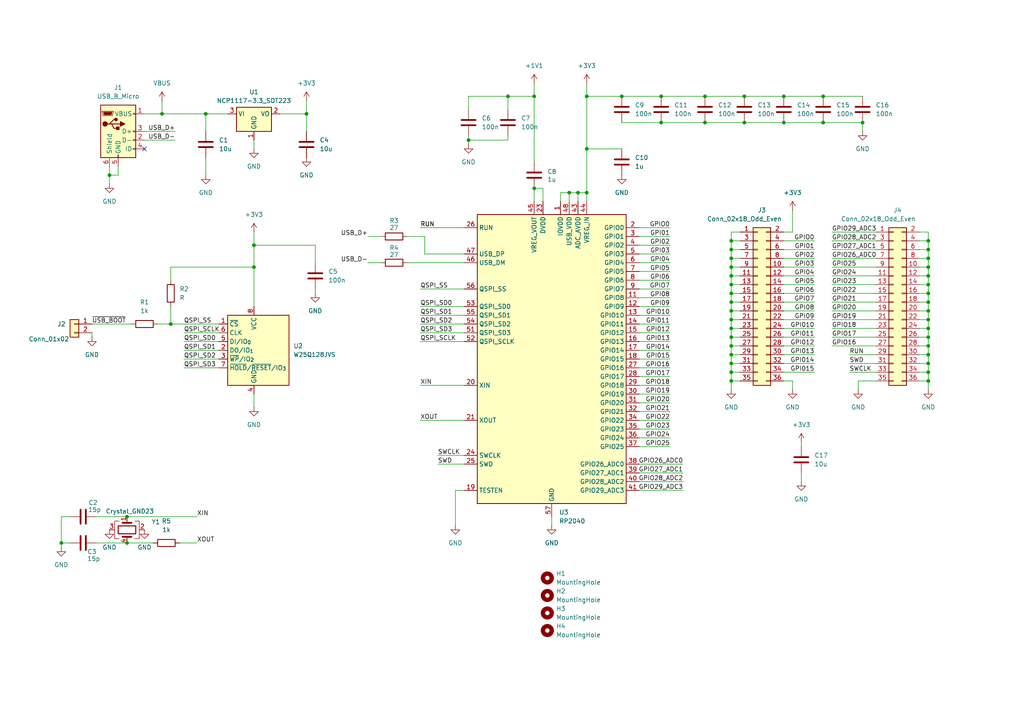
<source format=kicad_sch>
(kicad_sch (version 20250114) (generator "eeschema") (generator_version "9.0")
  (paper "A4")
  (lib_symbols
    (symbol "Connector:USB_B_Micro" (pin_names (offset 1.016))
      (property "Reference" "J" (at -5.08 11.43 0))
      (property "Value" "USB_B_Micro" (at -5.08 8.89 0))
      (symbol "USB_B_Micro_0_1"
        (rectangle (start -5.08 -7.62) (end 5.08 7.62) (stroke (width 0.254)) (fill (type background)))
        (polyline (pts (xy -4.699 5.842) (xy -4.699 5.588) (xy -4.445 4.826) (xy -4.445 4.572) (xy -1.651 4.572) (xy -1.651 4.826) (xy -1.397 5.588) (xy -1.397 5.842) (xy -4.699 5.842)))
        (polyline (pts (xy -4.318 5.588) (xy -1.778 5.588) (xy -2.032 4.826) (xy -4.064 4.826) (xy -4.318 5.588)) (fill (type outline)))
        (circle (center -3.81 2.159) (radius 0.635) (stroke (width 0.254)) (fill (type outline)))
        (polyline (pts (xy -3.175 2.159) (xy -2.54 2.159) (xy -1.27 3.429) (xy -0.635 3.429)) (stroke (width 0.254)))
        (polyline (pts (xy -2.54 2.159) (xy -1.905 2.159) (xy -1.27 0.889) (xy 0 0.889)) (stroke (width 0.254)))
        (polyline (pts (xy -1.905 2.159) (xy 0.635 2.159)) (stroke (width 0.254)))
        (circle (center -0.635 3.429) (radius 0.381) (stroke (width 0.254)) (fill (type outline)))
        (rectangle (start -0.127 -7.62) (end 0.127 -6.858))
        (rectangle (start 0.254 1.27) (end -0.508 0.508) (stroke (width 0.254)) (fill (type outline)))
        (polyline (pts (xy 0.635 2.794) (xy 0.635 1.524) (xy 1.905 2.159) (xy 0.635 2.794)) (stroke (width 0.254)) (fill (type outline)))
        (rectangle (start 5.08 4.953) (end 4.318 5.207))
        (rectangle (start 5.08 -0.127) (end 4.318 0.127))
        (rectangle (start 5.08 -2.667) (end 4.318 -2.413))
        (rectangle (start 5.08 -5.207) (end 4.318 -4.953))
      )
      (symbol "USB_B_Micro_1_1"
        (pin passive line (at -2.54 -10.16 90) (length 2.54) (name "Shield") (number "6"))
        (pin power_out line (at 0 -10.16 90) (length 2.54) (name "GND") (number "5"))
        (pin power_out line (at 7.62 5.08 180) (length 2.54) (name "VBUS") (number "1"))
        (pin bidirectional line (at 7.62 0 180) (length 2.54) (name "D+") (number "3"))
        (pin bidirectional line (at 7.62 -2.54 180) (length 2.54) (name "D-") (number "2"))
        (pin passive line (at 7.62 -5.08 180) (length 2.54) (name "ID") (number "4"))
      )
    )
    (symbol "Connector_Generic:Conn_01x02" (pin_names (offset 1.016) (hide yes))
      (property "Reference" "J" (at 0 2.54 0))
      (property "Value" "Conn_01x02" (at 0 -5.08 0))
      (symbol "Conn_01x02_1_1"
        (rectangle (start -1.27 1.27) (end 1.27 -3.81) (stroke (width 0.254)) (fill (type background)))
        (rectangle (start -1.27 0.127) (end 0 -0.127) (stroke (width 0.1524)))
        (rectangle (start -1.27 -2.413) (end 0 -2.667) (stroke (width 0.1524)))
        (pin passive line (at -5.08 0 0) (length 3.81) (name "Pin_1") (number "1"))
        (pin passive line (at -5.08 -2.54 0) (length 3.81) (name "Pin_2") (number "2"))
      )
    )
    (symbol "Connector_Generic:Conn_02x18_Odd_Even" (pin_names (offset 1.016) (hide yes))
      (property "Reference" "J" (at 1.27 22.86 0))
      (property "Value" "Conn_02x18_Odd_Even" (at 1.27 -25.4 0))
      (symbol "Conn_02x18_Odd_Even_1_1"
        (rectangle (start -1.27 21.59) (end 3.81 -24.13) (stroke (width 0.254)) (fill (type background)))
        (rectangle (start -1.27 20.447) (end 0 20.193) (stroke (width 0.1524)))
        (rectangle (start -1.27 17.907) (end 0 17.653) (stroke (width 0.1524)))
        (rectangle (start -1.27 15.367) (end 0 15.113) (stroke (width 0.1524)))
        (rectangle (start -1.27 12.827) (end 0 12.573) (stroke (width 0.1524)))
        (rectangle (start -1.27 10.287) (end 0 10.033) (stroke (width 0.1524)))
        (rectangle (start -1.27 7.747) (end 0 7.493) (stroke (width 0.1524)))
        (rectangle (start -1.27 5.207) (end 0 4.953) (stroke (width 0.1524)))
        (rectangle (start -1.27 2.667) (end 0 2.413) (stroke (width 0.1524)))
        (rectangle (start -1.27 0.127) (end 0 -0.127) (stroke (width 0.1524)))
        (rectangle (start -1.27 -2.413) (end 0 -2.667) (stroke (width 0.1524)))
        (rectangle (start -1.27 -4.953) (end 0 -5.207) (stroke (width 0.1524)))
        (rectangle (start -1.27 -7.493) (end 0 -7.747) (stroke (width 0.1524)))
        (rectangle (start -1.27 -10.033) (end 0 -10.287) (stroke (width 0.1524)))
        (rectangle (start -1.27 -12.573) (end 0 -12.827) (stroke (width 0.1524)))
        (rectangle (start -1.27 -15.113) (end 0 -15.367) (stroke (width 0.1524)))
        (rectangle (start -1.27 -17.653) (end 0 -17.907) (stroke (width 0.1524)))
        (rectangle (start -1.27 -20.193) (end 0 -20.447) (stroke (width 0.1524)))
        (rectangle (start -1.27 -22.733) (end 0 -22.987) (stroke (width 0.1524)))
        (rectangle (start 3.81 20.447) (end 2.54 20.193) (stroke (width 0.1524)))
        (rectangle (start 3.81 17.907) (end 2.54 17.653) (stroke (width 0.1524)))
        (rectangle (start 3.81 15.367) (end 2.54 15.113) (stroke (width 0.1524)))
        (rectangle (start 3.81 12.827) (end 2.54 12.573) (stroke (width 0.1524)))
        (rectangle (start 3.81 10.287) (end 2.54 10.033) (stroke (width 0.1524)))
        (rectangle (start 3.81 7.747) (end 2.54 7.493) (stroke (width 0.1524)))
        (rectangle (start 3.81 5.207) (end 2.54 4.953) (stroke (width 0.1524)))
        (rectangle (start 3.81 2.667) (end 2.54 2.413) (stroke (width 0.1524)))
        (rectangle (start 3.81 0.127) (end 2.54 -0.127) (stroke (width 0.1524)))
        (rectangle (start 3.81 -2.413) (end 2.54 -2.667) (stroke (width 0.1524)))
        (rectangle (start 3.81 -4.953) (end 2.54 -5.207) (stroke (width 0.1524)))
        (rectangle (start 3.81 -7.493) (end 2.54 -7.747) (stroke (width 0.1524)))
        (rectangle (start 3.81 -10.033) (end 2.54 -10.287) (stroke (width 0.1524)))
        (rectangle (start 3.81 -12.573) (end 2.54 -12.827) (stroke (width 0.1524)))
        (rectangle (start 3.81 -15.113) (end 2.54 -15.367) (stroke (width 0.1524)))
        (rectangle (start 3.81 -17.653) (end 2.54 -17.907) (stroke (width 0.1524)))
        (rectangle (start 3.81 -20.193) (end 2.54 -20.447) (stroke (width 0.1524)))
        (rectangle (start 3.81 -22.733) (end 2.54 -22.987) (stroke (width 0.1524)))
        (pin passive line (at -5.08 20.32 0) (length 3.81) (name "Pin_1") (number "1"))
        (pin passive line (at -5.08 17.78 0) (length 3.81) (name "Pin_3") (number "3"))
        (pin passive line (at -5.08 15.24 0) (length 3.81) (name "Pin_5") (number "5"))
        (pin passive line (at -5.08 12.7 0) (length 3.81) (name "Pin_7") (number "7"))
        (pin passive line (at -5.08 10.16 0) (length 3.81) (name "Pin_9") (number "9"))
        (pin passive line (at -5.08 7.62 0) (length 3.81) (name "Pin_11") (number "11"))
        (pin passive line (at -5.08 5.08 0) (length 3.81) (name "Pin_13") (number "13"))
        (pin passive line (at -5.08 2.54 0) (length 3.81) (name "Pin_15") (number "15"))
        (pin passive line (at -5.08 0 0) (length 3.81) (name "Pin_17") (number "17"))
        (pin passive line (at -5.08 -2.54 0) (length 3.81) (name "Pin_19") (number "19"))
        (pin passive line (at -5.08 -5.08 0) (length 3.81) (name "Pin_21") (number "21"))
        (pin passive line (at -5.08 -7.62 0) (length 3.81) (name "Pin_23") (number "23"))
        (pin passive line (at -5.08 -10.16 0) (length 3.81) (name "Pin_25") (number "25"))
        (pin passive line (at -5.08 -12.7 0) (length 3.81) (name "Pin_27") (number "27"))
        (pin passive line (at -5.08 -15.24 0) (length 3.81) (name "Pin_29") (number "29"))
        (pin passive line (at -5.08 -17.78 0) (length 3.81) (name "Pin_31") (number "31"))
        (pin passive line (at -5.08 -20.32 0) (length 3.81) (name "Pin_33") (number "33"))
        (pin passive line (at -5.08 -22.86 0) (length 3.81) (name "Pin_35") (number "35"))
        (pin passive line (at 7.62 20.32 180) (length 3.81) (name "Pin_2") (number "2"))
        (pin passive line (at 7.62 17.78 180) (length 3.81) (name "Pin_4") (number "4"))
        (pin passive line (at 7.62 15.24 180) (length 3.81) (name "Pin_6") (number "6"))
        (pin passive line (at 7.62 12.7 180) (length 3.81) (name "Pin_8") (number "8"))
        (pin passive line (at 7.62 10.16 180) (length 3.81) (name "Pin_10") (number "10"))
        (pin passive line (at 7.62 7.62 180) (length 3.81) (name "Pin_12") (number "12"))
        (pin passive line (at 7.62 5.08 180) (length 3.81) (name "Pin_14") (number "14"))
        (pin passive line (at 7.62 2.54 180) (length 3.81) (name "Pin_16") (number "16"))
        (pin passive line (at 7.62 0 180) (length 3.81) (name "Pin_18") (number "18"))
        (pin passive line (at 7.62 -2.54 180) (length 3.81) (name "Pin_20") (number "20"))
        (pin passive line (at 7.62 -5.08 180) (length 3.81) (name "Pin_22") (number "22"))
        (pin passive line (at 7.62 -7.62 180) (length 3.81) (name "Pin_24") (number "24"))
        (pin passive line (at 7.62 -10.16 180) (length 3.81) (name "Pin_26") (number "26"))
        (pin passive line (at 7.62 -12.7 180) (length 3.81) (name "Pin_28") (number "28"))
        (pin passive line (at 7.62 -15.24 180) (length 3.81) (name "Pin_30") (number "30"))
        (pin passive line (at 7.62 -17.78 180) (length 3.81) (name "Pin_32") (number "32"))
        (pin passive line (at 7.62 -20.32 180) (length 3.81) (name "Pin_34") (number "34"))
        (pin passive line (at 7.62 -22.86 180) (length 3.81) (name "Pin_36") (number "36"))
      )
    )
    (symbol "Device:C" (pin_numbers (hide yes)) (pin_names (offset 0.254))
      (property "Reference" "C" (at 0.635 2.54 0))
      (property "Value" "C" (at 0.635 -2.54 0))
      (symbol "C_0_1"
        (polyline (pts (xy -2.032 0.762) (xy 2.032 0.762)) (stroke (width 0.508)))
        (polyline (pts (xy -2.032 -0.762) (xy 2.032 -0.762)) (stroke (width 0.508)))
      )
      (symbol "C_1_1"
        (pin passive line (at 0 3.81 270) (length 2.794) (name "~") (number "1"))
        (pin passive line (at 0 -3.81 90) (length 2.794) (name "~") (number "2"))
      )
    )
    (symbol "Device:Crystal_GND23" (pin_names (offset 1.016) (hide yes))
      (property "Reference" "Y" (at 3.175 5.08 0))
      (property "Value" "Crystal_GND23" (at 3.175 3.175 0))
      (symbol "Crystal_GND23_0_1"
        (polyline (pts (xy -2.54 2.286) (xy -2.54 3.556) (xy 2.54 3.556) (xy 2.54 2.286)))
        (polyline (pts (xy -2.54 0) (xy -2.032 0)))
        (polyline (pts (xy -2.54 -2.286) (xy -2.54 -3.556) (xy 2.54 -3.556) (xy 2.54 -2.286)))
        (polyline (pts (xy -2.032 -1.27) (xy -2.032 1.27)) (stroke (width 0.508)))
        (rectangle (start -1.143 2.54) (end 1.143 -2.54) (stroke (width 0.3048)))
        (polyline (pts (xy 0 3.556) (xy 0 3.81)))
        (polyline (pts (xy 0 -3.81) (xy 0 -3.556)))
        (polyline (pts (xy 2.032 0) (xy 2.54 0)))
        (polyline (pts (xy 2.032 -1.27) (xy 2.032 1.27)) (stroke (width 0.508)))
      )
      (symbol "Crystal_GND23_1_1"
        (pin passive line (at -3.81 0 0) (length 1.27) (name "1") (number "1"))
        (pin passive line (at 0 5.08 270) (length 1.27) (name "2") (number "2"))
        (pin passive line (at 0 -5.08 90) (length 1.27) (name "3") (number "3"))
        (pin passive line (at 3.81 0 180) (length 1.27) (name "4") (number "4"))
      )
    )
    (symbol "Device:R" (pin_numbers (hide yes)) (pin_names (offset 0))
      (property "Reference" "R" (at 2.032 0 90))
      (property "Value" "R" (at 0 0 90))
      (symbol "R_0_1"
        (rectangle (start -1.016 -2.54) (end 1.016 2.54) (stroke (width 0.254)))
      )
      (symbol "R_1_1"
        (pin passive line (at 0 3.81 270) (length 1.27) (name "~") (number "1"))
        (pin passive line (at 0 -3.81 90) (length 1.27) (name "~") (number "2"))
      )
    )
    (symbol "MCU_RaspberryPi:RP2040"
      (property "Reference" "U" (at 17.78 45.72 0))
      (property "Value" "RP2040" (at 17.78 43.18 0))
      (symbol "RP2040_0_1"
        (rectangle (start -21.59 41.91) (end 21.59 -41.91) (stroke (width 0.254)) (fill (type background)))
      )
      (symbol "RP2040_1_1"
        (pin input line (at -25.4 38.1 0) (length 3.81) (name "RUN") (number "26"))
        (pin bidirectional line (at -25.4 30.48 0) (length 3.81) (name "USB_DP") (number "47"))
        (pin bidirectional line (at -25.4 27.94 0) (length 3.81) (name "USB_DM") (number "46"))
        (pin bidirectional line (at -25.4 20.32 0) (length 3.81) (name "QSPI_SS") (number "56"))
        (pin bidirectional line (at -25.4 15.24 0) (length 3.81) (name "QSPI_SD0") (number "53"))
        (pin bidirectional line (at -25.4 12.7 0) (length 3.81) (name "QSPI_SD1") (number "55"))
        (pin bidirectional line (at -25.4 10.16 0) (length 3.81) (name "QSPI_SD2") (number "54"))
        (pin bidirectional line (at -25.4 7.62 0) (length 3.81) (name "QSPI_SD3") (number "51"))
        (pin output line (at -25.4 5.08 0) (length 3.81) (name "QSPI_SCLK") (number "52"))
        (pin input line (at -25.4 -7.62 0) (length 3.81) (name "XIN") (number "20"))
        (pin passive line (at -25.4 -17.78 0) (length 3.81) (name "XOUT") (number "21"))
        (pin input line (at -25.4 -27.94 0) (length 3.81) (name "SWCLK") (number "24"))
        (pin bidirectional line (at -25.4 -30.48 0) (length 3.81) (name "SWD") (number "25"))
        (pin input line (at -25.4 -38.1 0) (length 3.81) (name "TESTEN") (number "19"))
        (pin power_out line (at -5.08 45.72 270) (length 3.81) (name "VREG_VOUT") (number "45"))
        (pin power_in line (at -2.54 45.72 270) (length 3.81) (name "DVDD") (number "23"))
        (pin passive line (at -2.54 45.72 270) (length 3.81) (hide yes) (name "DVDD") (number "50"))
        (pin power_in line (at 0 -45.72 90) (length 3.81) (name "GND") (number "57"))
        (pin power_in line (at 2.54 45.72 270) (length 3.81) (name "IOVDD") (number "1"))
        (pin passive line (at 2.54 45.72 270) (length 3.81) (hide yes) (name "IOVDD") (number "10"))
        (pin passive line (at 2.54 45.72 270) (length 3.81) (hide yes) (name "IOVDD") (number "22"))
        (pin passive line (at 2.54 45.72 270) (length 3.81) (hide yes) (name "IOVDD") (number "33"))
        (pin passive line (at 2.54 45.72 270) (length 3.81) (hide yes) (name "IOVDD") (number "42"))
        (pin passive line (at 2.54 45.72 270) (length 3.81) (hide yes) (name "IOVDD") (number "49"))
        (pin power_in line (at 5.08 45.72 270) (length 3.81) (name "USB_VDD") (number "48"))
        (pin power_in line (at 7.62 45.72 270) (length 3.81) (name "ADC_AVDD") (number "43"))
        (pin power_in line (at 10.16 45.72 270) (length 3.81) (name "VREG_IN") (number "44"))
        (pin bidirectional line (at 25.4 38.1 180) (length 3.81) (name "GPIO0") (number "2"))
        (pin bidirectional line (at 25.4 35.56 180) (length 3.81) (name "GPIO1") (number "3"))
        (pin bidirectional line (at 25.4 33.02 180) (length 3.81) (name "GPIO2") (number "4"))
        (pin bidirectional line (at 25.4 30.48 180) (length 3.81) (name "GPIO3") (number "5"))
        (pin bidirectional line (at 25.4 27.94 180) (length 3.81) (name "GPIO4") (number "6"))
        (pin bidirectional line (at 25.4 25.4 180) (length 3.81) (name "GPIO5") (number "7"))
        (pin bidirectional line (at 25.4 22.86 180) (length 3.81) (name "GPIO6") (number "8"))
        (pin bidirectional line (at 25.4 20.32 180) (length 3.81) (name "GPIO7") (number "9"))
        (pin bidirectional line (at 25.4 17.78 180) (length 3.81) (name "GPIO8") (number "11"))
        (pin bidirectional line (at 25.4 15.24 180) (length 3.81) (name "GPIO9") (number "12"))
        (pin bidirectional line (at 25.4 12.7 180) (length 3.81) (name "GPIO10") (number "13"))
        (pin bidirectional line (at 25.4 10.16 180) (length 3.81) (name "GPIO11") (number "14"))
        (pin bidirectional line (at 25.4 7.62 180) (length 3.81) (name "GPIO12") (number "15"))
        (pin bidirectional line (at 25.4 5.08 180) (length 3.81) (name "GPIO13") (number "16"))
        (pin bidirectional line (at 25.4 2.54 180) (length 3.81) (name "GPIO14") (number "17"))
        (pin bidirectional line (at 25.4 0 180) (length 3.81) (name "GPIO15") (number "18"))
        (pin bidirectional line (at 25.4 -2.54 180) (length 3.81) (name "GPIO16") (number "27"))
        (pin bidirectional line (at 25.4 -5.08 180) (length 3.81) (name "GPIO17") (number "28"))
        (pin bidirectional line (at 25.4 -7.62 180) (length 3.81) (name "GPIO18") (number "29"))
        (pin bidirectional line (at 25.4 -10.16 180) (length 3.81) (name "GPIO19") (number "30"))
        (pin bidirectional line (at 25.4 -12.7 180) (length 3.81) (name "GPIO20") (number "31"))
        (pin bidirectional line (at 25.4 -15.24 180) (length 3.81) (name "GPIO21") (number "32"))
        (pin bidirectional line (at 25.4 -17.78 180) (length 3.81) (name "GPIO22") (number "34"))
        (pin bidirectional line (at 25.4 -20.32 180) (length 3.81) (name "GPIO23") (number "35"))
        (pin bidirectional line (at 25.4 -22.86 180) (length 3.81) (name "GPIO24") (number "36"))
        (pin bidirectional line (at 25.4 -25.4 180) (length 3.81) (name "GPIO25") (number "37"))
        (pin bidirectional line (at 25.4 -30.48 180) (length 3.81) (name "GPIO26_ADC0") (number "38"))
        (pin bidirectional line (at 25.4 -33.02 180) (length 3.81) (name "GPIO27_ADC1") (number "39"))
        (pin bidirectional line (at 25.4 -35.56 180) (length 3.81) (name "GPIO28_ADC2") (number "40"))
        (pin bidirectional line (at 25.4 -38.1 180) (length 3.81) (name "GPIO29_ADC3") (number "41"))
      )
    )
    (symbol "Mechanical:MountingHole" (pin_names (offset 1.016)) (in_bom no)
      (property "Reference" "H" (at 0 5.08 0))
      (property "Value" "MountingHole" (at 0 3.175 0))
      (symbol "MountingHole_0_1"
        (circle (center 0 0) (radius 1.27) (stroke (width 1.27)))
      )
    )
    (symbol "Memory_Flash:W25Q128JVS"
      (property "Reference" "U" (at -6.35 11.43 0))
      (property "Value" "W25Q128JVS" (at 7.62 11.43 0))
      (symbol "W25Q128JVS_0_1"
        (rectangle (start -7.62 10.16) (end 10.16 -10.16) (stroke (width 0.254)) (fill (type background)))
      )
      (symbol "W25Q128JVS_1_1"
        (pin input line (at -10.16 7.62 0) (length 2.54) (name "~{CS}") (number "1"))
        (pin input line (at -10.16 5.08 0) (length 2.54) (name "CLK") (number "6"))
        (pin bidirectional line (at -10.16 2.54 0) (length 2.54) (name "DI/IO_{0}") (number "5"))
        (pin bidirectional line (at -10.16 0 0) (length 2.54) (name "DO/IO_{1}") (number "2"))
        (pin bidirectional line (at -10.16 -2.54 0) (length 2.54) (name "~{WP}/IO_{2}") (number "3"))
        (pin bidirectional line (at -10.16 -5.08 0) (length 2.54) (name "~{HOLD}/~{RESET}/IO_{3}") (number "7"))
        (pin power_in line (at 0 12.7 270) (length 2.54) (name "VCC") (number "8"))
        (pin power_in line (at 0 -12.7 90) (length 2.54) (name "GND") (number "4"))
      )
    )
    (symbol "Regulator_Linear:NCP1117-3.3_SOT223"
      (property "Reference" "U" (at -3.81 3.175 0))
      (property "Value" "NCP1117-3.3_SOT223" (at 0 3.175 0))
      (symbol "NCP1117-3.3_SOT223_0_1"
        (rectangle (start -5.08 -5.08) (end 5.08 1.905) (stroke (width 0.254)) (fill (type background)))
      )
      (symbol "NCP1117-3.3_SOT223_1_1"
        (pin power_in line (at -7.62 0 0) (length 2.54) (name "VI") (number "3"))
        (pin power_in line (at 0 -7.62 90) (length 2.54) (name "GND") (number "1"))
        (pin power_out line (at 7.62 0 180) (length 2.54) (name "VO") (number "2"))
      )
    )
    (symbol "power:+1V1" (power) (pin_numbers (hide yes)) (pin_names (offset 0) (hide yes))
      (property "Value" "+1V1" (at 0 3.556 0))
      (symbol "+1V1_0_1"
        (polyline (pts (xy -0.762 1.27) (xy 0 2.54)))
        (polyline (pts (xy 0 2.54) (xy 0.762 1.27)))
        (polyline (pts (xy 0 0) (xy 0 2.54)))
      )
      (symbol "+1V1_1_1"
        (pin power_in line (at 0 0 90) (length 0) (name "~") (number "1"))
      )
    )
    (symbol "power:+3V3" (power) (pin_numbers (hide yes)) (pin_names (offset 0) (hide yes))
      (property "Value" "+3V3" (at 0 3.556 0))
      (symbol "+3V3_0_1"
        (polyline (pts (xy -0.762 1.27) (xy 0 2.54)))
        (polyline (pts (xy 0 2.54) (xy 0.762 1.27)))
        (polyline (pts (xy 0 0) (xy 0 2.54)))
      )
      (symbol "+3V3_1_1"
        (pin power_in line (at 0 0 90) (length 0) (name "~") (number "1"))
      )
    )
    (symbol "power:GND" (power) (pin_numbers (hide yes)) (pin_names (offset 0) (hide yes))
      (property "Value" "GND" (at 0 -3.81 0))
      (symbol "GND_0_1"
        (polyline (pts (xy 0 0) (xy 0 -1.27) (xy 1.27 -1.27) (xy 0 -2.54) (xy -1.27 -1.27) (xy 0 -1.27)))
      )
      (symbol "GND_1_1"
        (pin power_in line (at 0 0 270) (length 0) (name "~") (number "1"))
      )
    )
    (symbol "power:VBUS" (power) (pin_numbers (hide yes)) (pin_names (offset 0) (hide yes))
      (property "Value" "VBUS" (at 0 3.556 0))
      (symbol "VBUS_0_1"
        (polyline (pts (xy -0.762 1.27) (xy 0 2.54)))
        (polyline (pts (xy 0 2.54) (xy 0.762 1.27)))
        (polyline (pts (xy 0 0) (xy 0 2.54)))
      )
      (symbol "VBUS_1_1"
        (pin power_in line (at 0 0 90) (length 0) (name "~") (number "1"))
      )
    )
  )
  (junction (at 31.75 50.8))
  (junction (at 212.09 72.39))
  (junction (at 204.47 27.94))
  (junction (at 269.24 100.33))
  (junction (at 212.09 74.93))
  (junction (at 269.24 90.17))
  (junction (at 212.09 105.41))
  (junction (at 215.9 35.56))
  (junction (at 191.77 35.56))
  (junction (at 269.24 80.01))
  (junction (at 165.1 55.88))
  (junction (at 212.09 110.49))
  (junction (at 191.77 27.94))
  (junction (at 212.09 95.25))
  (junction (at 170.18 43.18))
  (junction (at 170.18 55.88))
  (junction (at 269.24 107.95))
  (junction (at 269.24 95.25))
  (junction (at 212.09 92.71))
  (junction (at 212.09 87.63))
  (junction (at 212.09 85.09))
  (junction (at 269.24 85.09))
  (junction (at 269.24 69.85))
  (junction (at 269.24 102.87))
  (junction (at 227.33 27.94))
  (junction (at 250.19 35.56))
  (junction (at 212.09 90.17))
  (junction (at 212.09 97.79))
  (junction (at 147.32 27.94))
  (junction (at 17.78 157.48))
  (junction (at 154.94 27.94))
  (junction (at 238.76 35.56))
  (junction (at 269.24 72.39))
  (junction (at 212.09 107.95))
  (junction (at 212.09 80.01))
  (junction (at 212.09 102.87))
  (junction (at 59.69 33.02))
  (junction (at 180.34 27.94))
  (junction (at 73.66 71.12))
  (junction (at 269.24 92.71))
  (junction (at 269.24 74.93))
  (junction (at 167.64 55.88))
  (junction (at 212.09 82.55))
  (junction (at 49.53 93.98))
  (junction (at 212.09 69.85))
  (junction (at 36.83 157.48))
  (junction (at 73.66 77.47))
  (junction (at 36.83 149.86))
  (junction (at 238.76 27.94))
  (junction (at 212.09 100.33))
  (junction (at 227.33 35.56))
  (junction (at 215.9 27.94))
  (junction (at 269.24 97.79))
  (junction (at 269.24 82.55))
  (junction (at 170.18 27.94))
  (junction (at 154.94 54.61))
  (junction (at 204.47 35.56))
  (junction (at 269.24 110.49))
  (junction (at 269.24 77.47))
  (junction (at 135.89 40.64))
  (junction (at 269.24 105.41))
  (junction (at 212.09 77.47))
  (junction (at 269.24 87.63))
  (junction (at 88.9 33.02))
  (junction (at 46.99 33.02))
  (no_connect (at 41.91 43.18))
  (wire (pts (xy 212.09 85.09) (xy 212.09 82.55)))
  (wire (pts (xy 269.24 100.33) (xy 269.24 97.79)))
  (wire (pts (xy 227.33 69.85) (xy 236.22 69.85)))
  (wire (pts (xy 227.33 92.71) (xy 236.22 92.71)))
  (wire (pts (xy 49.53 77.47) (xy 73.66 77.47)))
  (wire (pts (xy 246.38 107.95) (xy 254 107.95)))
  (wire (pts (xy 135.89 27.94) (xy 147.32 27.94)))
  (wire (pts (xy 73.66 71.12) (xy 73.66 77.47)))
  (wire (pts (xy 212.09 102.87) (xy 212.09 100.33)))
  (wire (pts (xy 212.09 92.71) (xy 212.09 90.17)))
  (wire (pts (xy 185.42 119.38) (xy 194.31 119.38)))
  (wire (pts (xy 59.69 45.72) (xy 59.69 50.8)))
  (wire (pts (xy 269.24 102.87) (xy 269.24 100.33)))
  (wire (pts (xy 123.19 68.58) (xy 118.11 68.58)))
  (wire (pts (xy 26.67 96.52) (xy 26.67 97.79)))
  (wire (pts (xy 34.29 48.26) (xy 34.29 50.8)))
  (wire (pts (xy 212.09 105.41) (xy 214.63 105.41)))
  (wire (pts (xy 170.18 43.18) (xy 170.18 55.88)))
  (wire (pts (xy 49.53 81.28) (xy 49.53 77.47)))
  (wire (pts (xy 227.33 82.55) (xy 236.22 82.55)))
  (wire (pts (xy 185.42 96.52) (xy 194.31 96.52)))
  (wire (pts (xy 227.33 80.01) (xy 236.22 80.01)))
  (wire (pts (xy 212.09 92.71) (xy 214.63 92.71)))
  (wire (pts (xy 266.7 74.93) (xy 269.24 74.93)))
  (wire (pts (xy 154.94 54.61) (xy 154.94 58.42)))
  (wire (pts (xy 212.09 80.01) (xy 212.09 77.47)))
  (wire (pts (xy 185.42 73.66) (xy 194.31 73.66)))
  (wire (pts (xy 185.42 114.3) (xy 194.31 114.3)))
  (wire (pts (xy 212.09 67.31) (xy 214.63 67.31)))
  (wire (pts (xy 73.66 40.64) (xy 73.66 43.18)))
  (wire (pts (xy 170.18 24.13) (xy 170.18 27.94)))
  (wire (pts (xy 167.64 55.88) (xy 170.18 55.88)))
  (wire (pts (xy 241.3 85.09) (xy 254 85.09)))
  (wire (pts (xy 157.48 54.61) (xy 154.94 54.61)))
  (wire (pts (xy 248.92 110.49) (xy 254 110.49)))
  (wire (pts (xy 227.33 107.95) (xy 236.22 107.95)))
  (wire (pts (xy 123.19 73.66) (xy 123.19 68.58)))
  (wire (pts (xy 229.87 110.49) (xy 227.33 110.49)))
  (wire (pts (xy 127 134.62) (xy 134.62 134.62)))
  (wire (pts (xy 185.42 111.76) (xy 194.31 111.76)))
  (wire (pts (xy 227.33 77.47) (xy 236.22 77.47)))
  (wire (pts (xy 185.42 76.2) (xy 194.31 76.2)))
  (wire (pts (xy 241.3 92.71) (xy 254 92.71)))
  (wire (pts (xy 121.92 93.98) (xy 134.62 93.98)))
  (wire (pts (xy 227.33 100.33) (xy 236.22 100.33)))
  (wire (pts (xy 212.09 113.03) (xy 212.09 110.49)))
  (wire (pts (xy 45.72 93.98) (xy 49.53 93.98)))
  (wire (pts (xy 180.34 27.94) (xy 191.77 27.94)))
  (wire (pts (xy 212.09 100.33) (xy 214.63 100.33)))
  (wire (pts (xy 266.7 69.85) (xy 269.24 69.85)))
  (wire (pts (xy 49.53 93.98) (xy 63.5 93.98)))
  (wire (pts (xy 185.42 134.62) (xy 198.12 134.62)))
  (wire (pts (xy 212.09 87.63) (xy 212.09 85.09)))
  (wire (pts (xy 135.89 31.75) (xy 135.89 27.94)))
  (wire (pts (xy 241.3 87.63) (xy 254 87.63)))
  (wire (pts (xy 241.3 74.93) (xy 254 74.93)))
  (wire (pts (xy 227.33 102.87) (xy 236.22 102.87)))
  (wire (pts (xy 241.3 82.55) (xy 254 82.55)))
  (wire (pts (xy 215.9 35.56) (xy 227.33 35.56)))
  (wire (pts (xy 162.56 55.88) (xy 165.1 55.88)))
  (wire (pts (xy 212.09 107.95) (xy 212.09 105.41)))
  (wire (pts (xy 44.45 157.48) (xy 36.83 157.48)))
  (wire (pts (xy 91.44 83.82) (xy 91.44 85.09)))
  (wire (pts (xy 59.69 33.02) (xy 66.04 33.02)))
  (wire (pts (xy 160.02 149.86) (xy 160.02 152.4)))
  (wire (pts (xy 121.92 121.92) (xy 134.62 121.92)))
  (wire (pts (xy 269.24 90.17) (xy 269.24 87.63)))
  (wire (pts (xy 185.42 139.7) (xy 198.12 139.7)))
  (wire (pts (xy 170.18 43.18) (xy 180.34 43.18)))
  (wire (pts (xy 229.87 67.31) (xy 227.33 67.31)))
  (wire (pts (xy 185.42 91.44) (xy 194.31 91.44)))
  (wire (pts (xy 241.3 90.17) (xy 254 90.17)))
  (wire (pts (xy 212.09 77.47) (xy 214.63 77.47)))
  (wire (pts (xy 212.09 105.41) (xy 212.09 102.87)))
  (wire (pts (xy 118.11 76.2) (xy 134.62 76.2)))
  (wire (pts (xy 212.09 69.85) (xy 214.63 69.85)))
  (wire (pts (xy 241.3 80.01) (xy 254 80.01)))
  (wire (pts (xy 250.19 35.56) (xy 250.19 38.1)))
  (wire (pts (xy 269.24 72.39) (xy 269.24 69.85)))
  (wire (pts (xy 34.29 50.8) (xy 31.75 50.8)))
  (wire (pts (xy 91.44 76.2) (xy 91.44 71.12)))
  (wire (pts (xy 266.7 110.49) (xy 269.24 110.49)))
  (wire (pts (xy 212.09 95.25) (xy 212.09 92.71)))
  (wire (pts (xy 31.75 48.26) (xy 31.75 50.8)))
  (wire (pts (xy 269.24 105.41) (xy 269.24 102.87)))
  (wire (pts (xy 241.3 97.79) (xy 254 97.79)))
  (wire (pts (xy 73.66 77.47) (xy 73.66 88.9)))
  (wire (pts (xy 53.34 101.6) (xy 63.5 101.6)))
  (wire (pts (xy 46.99 29.21) (xy 46.99 33.02)))
  (wire (pts (xy 227.33 90.17) (xy 236.22 90.17)))
  (wire (pts (xy 269.24 82.55) (xy 269.24 80.01)))
  (wire (pts (xy 53.34 99.06) (xy 63.5 99.06)))
  (wire (pts (xy 27.94 149.86) (xy 36.83 149.86)))
  (wire (pts (xy 154.94 27.94) (xy 154.94 46.99)))
  (wire (pts (xy 269.24 77.47) (xy 269.24 74.93)))
  (wire (pts (xy 36.83 149.86) (xy 57.15 149.86)))
  (wire (pts (xy 41.91 38.1) (xy 50.8 38.1)))
  (wire (pts (xy 121.92 88.9) (xy 134.62 88.9)))
  (wire (pts (xy 266.7 105.41) (xy 269.24 105.41)))
  (wire (pts (xy 266.7 97.79) (xy 269.24 97.79)))
  (wire (pts (xy 20.32 149.86) (xy 17.78 149.86)))
  (wire (pts (xy 185.42 106.68) (xy 194.31 106.68)))
  (wire (pts (xy 170.18 27.94) (xy 170.18 43.18)))
  (wire (pts (xy 266.7 82.55) (xy 269.24 82.55)))
  (wire (pts (xy 266.7 107.95) (xy 269.24 107.95)))
  (wire (pts (xy 269.24 97.79) (xy 269.24 95.25)))
  (wire (pts (xy 185.42 101.6) (xy 194.31 101.6)))
  (wire (pts (xy 91.44 71.12) (xy 73.66 71.12)))
  (wire (pts (xy 147.32 27.94) (xy 147.32 31.75)))
  (wire (pts (xy 266.7 95.25) (xy 269.24 95.25)))
  (wire (pts (xy 121.92 91.44) (xy 134.62 91.44)))
  (wire (pts (xy 227.33 72.39) (xy 236.22 72.39)))
  (wire (pts (xy 269.24 80.01) (xy 269.24 77.47)))
  (wire (pts (xy 232.41 128.27) (xy 232.41 129.54)))
  (wire (pts (xy 227.33 74.93) (xy 236.22 74.93)))
  (wire (pts (xy 212.09 95.25) (xy 214.63 95.25)))
  (wire (pts (xy 27.94 157.48) (xy 36.83 157.48)))
  (wire (pts (xy 17.78 158.75) (xy 17.78 157.48)))
  (wire (pts (xy 185.42 137.16) (xy 198.12 137.16)))
  (wire (pts (xy 269.24 92.71) (xy 269.24 90.17)))
  (wire (pts (xy 132.08 142.24) (xy 134.62 142.24)))
  (wire (pts (xy 185.42 88.9) (xy 194.31 88.9)))
  (wire (pts (xy 212.09 74.93) (xy 212.09 72.39)))
  (wire (pts (xy 227.33 97.79) (xy 236.22 97.79)))
  (wire (pts (xy 147.32 39.37) (xy 147.32 40.64)))
  (wire (pts (xy 227.33 87.63) (xy 236.22 87.63)))
  (wire (pts (xy 212.09 80.01) (xy 214.63 80.01)))
  (wire (pts (xy 212.09 77.47) (xy 212.09 74.93)))
  (wire (pts (xy 185.42 71.12) (xy 194.31 71.12)))
  (wire (pts (xy 121.92 99.06) (xy 134.62 99.06)))
  (wire (pts (xy 165.1 58.42) (xy 165.1 55.88)))
  (wire (pts (xy 212.09 87.63) (xy 214.63 87.63)))
  (wire (pts (xy 165.1 55.88) (xy 167.64 55.88)))
  (wire (pts (xy 185.42 116.84) (xy 194.31 116.84)))
  (wire (pts (xy 241.3 77.47) (xy 254 77.47)))
  (wire (pts (xy 191.77 27.94) (xy 204.47 27.94)))
  (wire (pts (xy 229.87 60.96) (xy 229.87 67.31)))
  (wire (pts (xy 88.9 29.21) (xy 88.9 33.02)))
  (wire (pts (xy 215.9 27.94) (xy 227.33 27.94)))
  (wire (pts (xy 185.42 121.92) (xy 194.31 121.92)))
  (wire (pts (xy 52.07 157.48) (xy 57.15 157.48)))
  (wire (pts (xy 269.24 69.85) (xy 269.24 67.31)))
  (wire (pts (xy 59.69 33.02) (xy 59.69 38.1)))
  (wire (pts (xy 147.32 27.94) (xy 154.94 27.94)))
  (wire (pts (xy 232.41 137.16) (xy 232.41 139.7)))
  (wire (pts (xy 185.42 124.46) (xy 194.31 124.46)))
  (wire (pts (xy 266.7 90.17) (xy 269.24 90.17)))
  (wire (pts (xy 269.24 85.09) (xy 269.24 82.55)))
  (wire (pts (xy 248.92 113.03) (xy 248.92 110.49)))
  (wire (pts (xy 167.64 58.42) (xy 167.64 55.88)))
  (wire (pts (xy 212.09 102.87) (xy 214.63 102.87)))
  (wire (pts (xy 106.68 68.58) (xy 110.49 68.58)))
  (wire (pts (xy 246.38 102.87) (xy 254 102.87)))
  (wire (pts (xy 266.7 80.01) (xy 269.24 80.01)))
  (wire (pts (xy 266.7 92.71) (xy 269.24 92.71)))
  (wire (pts (xy 31.75 50.8) (xy 31.75 53.34)))
  (wire (pts (xy 241.3 67.31) (xy 254 67.31)))
  (wire (pts (xy 185.42 129.54) (xy 194.31 129.54)))
  (wire (pts (xy 212.09 97.79) (xy 212.09 95.25)))
  (wire (pts (xy 17.78 149.86) (xy 17.78 157.48)))
  (wire (pts (xy 191.77 35.56) (xy 204.47 35.56)))
  (wire (pts (xy 269.24 67.31) (xy 266.7 67.31)))
  (wire (pts (xy 238.76 27.94) (xy 250.19 27.94)))
  (wire (pts (xy 121.92 66.04) (xy 134.62 66.04)))
  (wire (pts (xy 26.67 93.98) (xy 38.1 93.98)))
  (wire (pts (xy 135.89 40.64) (xy 135.89 41.91)))
  (wire (pts (xy 185.42 142.24) (xy 198.12 142.24)))
  (wire (pts (xy 185.42 127) (xy 194.31 127)))
  (wire (pts (xy 185.42 81.28) (xy 194.31 81.28)))
  (wire (pts (xy 212.09 110.49) (xy 212.09 107.95)))
  (wire (pts (xy 185.42 86.36) (xy 194.31 86.36)))
  (wire (pts (xy 204.47 27.94) (xy 215.9 27.94)))
  (wire (pts (xy 53.34 104.14) (xy 63.5 104.14)))
  (wire (pts (xy 241.3 95.25) (xy 254 95.25)))
  (wire (pts (xy 266.7 100.33) (xy 269.24 100.33)))
  (wire (pts (xy 17.78 157.48) (xy 20.32 157.48)))
  (wire (pts (xy 266.7 77.47) (xy 269.24 77.47)))
  (wire (pts (xy 227.33 27.94) (xy 238.76 27.94)))
  (wire (pts (xy 227.33 95.25) (xy 236.22 95.25)))
  (wire (pts (xy 135.89 39.37) (xy 135.89 40.64)))
  (wire (pts (xy 157.48 58.42) (xy 157.48 54.61)))
  (wire (pts (xy 241.3 69.85) (xy 254 69.85)))
  (wire (pts (xy 204.47 35.56) (xy 215.9 35.56)))
  (wire (pts (xy 269.24 95.25) (xy 269.24 92.71)))
  (wire (pts (xy 241.3 100.33) (xy 254 100.33)))
  (wire (pts (xy 170.18 55.88) (xy 170.18 58.42)))
  (wire (pts (xy 81.28 33.02) (xy 88.9 33.02)))
  (wire (pts (xy 266.7 85.09) (xy 269.24 85.09)))
  (wire (pts (xy 49.53 88.9) (xy 49.53 93.98)))
  (wire (pts (xy 121.92 83.82) (xy 134.62 83.82)))
  (wire (pts (xy 185.42 93.98) (xy 194.31 93.98)))
  (wire (pts (xy 266.7 87.63) (xy 269.24 87.63)))
  (wire (pts (xy 132.08 152.4) (xy 132.08 142.24)))
  (wire (pts (xy 73.66 67.31) (xy 73.66 71.12)))
  (wire (pts (xy 185.42 78.74) (xy 194.31 78.74)))
  (wire (pts (xy 134.62 73.66) (xy 123.19 73.66)))
  (wire (pts (xy 212.09 72.39) (xy 212.09 69.85)))
  (wire (pts (xy 185.42 66.04) (xy 194.31 66.04)))
  (wire (pts (xy 106.68 76.2) (xy 110.49 76.2)))
  (wire (pts (xy 180.34 35.56) (xy 191.77 35.56)))
  (wire (pts (xy 185.42 99.06) (xy 194.31 99.06)))
  (wire (pts (xy 41.91 33.02) (xy 46.99 33.02)))
  (wire (pts (xy 121.92 96.52) (xy 134.62 96.52)))
  (wire (pts (xy 241.3 72.39) (xy 254 72.39)))
  (wire (pts (xy 162.56 58.42) (xy 162.56 55.88)))
  (wire (pts (xy 212.09 90.17) (xy 212.09 87.63)))
  (wire (pts (xy 269.24 110.49) (xy 269.24 107.95)))
  (wire (pts (xy 212.09 90.17) (xy 214.63 90.17)))
  (wire (pts (xy 212.09 100.33) (xy 212.09 97.79)))
  (wire (pts (xy 121.92 111.76) (xy 134.62 111.76)))
  (wire (pts (xy 238.76 35.56) (xy 250.19 35.56)))
  (wire (pts (xy 269.24 74.93) (xy 269.24 72.39)))
  (wire (pts (xy 212.09 110.49) (xy 214.63 110.49)))
  (wire (pts (xy 212.09 74.93) (xy 214.63 74.93)))
  (wire (pts (xy 212.09 72.39) (xy 214.63 72.39)))
  (wire (pts (xy 212.09 82.55) (xy 214.63 82.55)))
  (wire (pts (xy 185.42 68.58) (xy 194.31 68.58)))
  (wire (pts (xy 212.09 85.09) (xy 214.63 85.09)))
  (wire (pts (xy 266.7 102.87) (xy 269.24 102.87)))
  (wire (pts (xy 212.09 107.95) (xy 214.63 107.95)))
  (wire (pts (xy 88.9 33.02) (xy 88.9 38.1)))
  (wire (pts (xy 269.24 87.63) (xy 269.24 85.09)))
  (wire (pts (xy 41.91 40.64) (xy 50.8 40.64)))
  (wire (pts (xy 229.87 113.03) (xy 229.87 110.49)))
  (wire (pts (xy 53.34 106.68) (xy 63.5 106.68)))
  (wire (pts (xy 227.33 105.41) (xy 236.22 105.41)))
  (wire (pts (xy 212.09 69.85) (xy 212.09 67.31)))
  (wire (pts (xy 46.99 33.02) (xy 59.69 33.02)))
  (wire (pts (xy 227.33 35.56) (xy 238.76 35.56)))
  (wire (pts (xy 154.94 24.13) (xy 154.94 27.94)))
  (wire (pts (xy 246.38 105.41) (xy 254 105.41)))
  (wire (pts (xy 53.34 96.52) (xy 63.5 96.52)))
  (wire (pts (xy 212.09 82.55) (xy 212.09 80.01)))
  (wire (pts (xy 170.18 27.94) (xy 180.34 27.94)))
  (wire (pts (xy 227.33 85.09) (xy 236.22 85.09)))
  (wire (pts (xy 266.7 72.39) (xy 269.24 72.39)))
  (wire (pts (xy 147.32 40.64) (xy 135.89 40.64)))
  (wire (pts (xy 185.42 109.22) (xy 194.31 109.22)))
  (wire (pts (xy 269.24 113.03) (xy 269.24 110.49)))
  (wire (pts (xy 269.24 107.95) (xy 269.24 105.41)))
  (wire (pts (xy 185.42 104.14) (xy 194.31 104.14)))
  (wire (pts (xy 212.09 97.79) (xy 214.63 97.79)))
  (wire (pts (xy 127 132.08) (xy 134.62 132.08)))
  (wire (pts (xy 185.42 83.82) (xy 194.31 83.82)))
  (wire (pts (xy 73.66 114.3) (xy 73.66 118.11)))
  (label "GPI08" (at 194.31 86.36 180))
  (label "GPIO22" (at 194.31 121.92 180))
  (label "QSPI_SD0" (at 121.92 88.9 0))
  (label "XIN" (at 57.15 149.86 0))
  (label "GPI014" (at 236.22 105.41 180))
  (label "QSPI_SD2" (at 53.34 104.14 0))
  (label "GPIO28_ADC2" (at 198.12 139.7 180))
  (label "GPI010" (at 236.22 95.25 180))
  (label "GPI011" (at 194.31 93.98 180))
  (label "GPI04" (at 194.31 76.2 180))
  (label "GPI03" (at 194.31 73.66 180))
  (label "GPI013" (at 236.22 102.87 180))
  (label "SWCLK" (at 246.38 107.95 0))
  (label "QSPI_SS" (at 121.92 83.82 0))
  (label "GPI09" (at 194.31 88.9 180))
  (label "GPI06" (at 194.31 81.28 180))
  (label "~{USB_BOOT}" (at 26.67 93.98 0))
  (label "GPI01" (at 194.31 68.58 180))
  (label "GPI02" (at 236.22 74.93 180))
  (label "XOUT" (at 57.15 157.48 0))
  (label "GPI04" (at 236.22 80.01 180))
  (label "GPIO20" (at 194.31 116.84 180))
  (label "GPI012" (at 236.22 100.33 180))
  (label "QSPI_SD1" (at 53.34 101.6 0))
  (label "GPIO28_ADC2" (at 241.3 69.85 0))
  (label "GPIO29_ADC3" (at 241.3 67.31 0))
  (label "GPIO23" (at 241.3 82.55 0))
  (label "GPI015" (at 236.22 107.95 180))
  (label "GPI05" (at 194.31 78.74 180))
  (label "GPIO0" (at 194.31 66.04 180))
  (label "GPI02" (at 194.31 71.12 180))
  (label "GPIO7" (at 236.22 87.63 180))
  (label "QSPI_SS" (at 53.34 93.98 0))
  (label "GPIO25" (at 241.3 77.47 0))
  (label "RUN" (at 246.38 102.87 0))
  (label "QSPI_SD3" (at 121.92 96.52 0))
  (label "SWCLK" (at 127 132.08 0))
  (label "GPI08" (at 236.22 90.17 180))
  (label "XOUT" (at 121.92 121.92 0))
  (label "GPIO23" (at 194.31 124.46 180))
  (label "QSPI_SD2" (at 121.92 93.98 0))
  (label "GPIO24" (at 241.3 80.01 0))
  (label "GPIO18" (at 194.31 111.76 180))
  (label "SWD" (at 127 134.62 0))
  (label "RUN" (at 121.92 66.04 0))
  (label "USB_D-" (at 106.68 76.2 180))
  (label "GPIO19" (at 194.31 114.3 180))
  (label "GPIO26_ADC0" (at 198.12 134.62 180))
  (label "GPI013" (at 194.31 99.06 180))
  (label "GPI03" (at 236.22 77.47 180))
  (label "QSPI_SD1" (at 121.92 91.44 0))
  (label "GPIO25" (at 194.31 129.54 180))
  (label "GPIO17" (at 194.31 109.22 180))
  (label "USB_D+" (at 106.68 68.58 180))
  (label "GPIO7" (at 194.31 83.82 180))
  (label "QSPI_SD0" (at 53.34 99.06 0))
  (label "GPIO27_ADC1" (at 241.3 72.39 0))
  (label "GPI010" (at 194.31 91.44 180))
  (label "GPI01" (at 236.22 72.39 180))
  (label "USB_D-" (at 50.8 40.64 180))
  (label "GPIO16" (at 194.31 106.68 180))
  (label "GPIO0" (at 236.22 69.85 180))
  (label "RUN" (at 121.92 66.04 0))
  (label "GPIO24" (at 194.31 127 180))
  (label "QSPI_SCLK" (at 53.34 96.52 0))
  (label "GPIO29_ADC3" (at 198.12 142.24 180))
  (label "GPI015" (at 194.31 104.14 180))
  (label "SWD" (at 246.38 105.41 0))
  (label "GPIO16" (at 241.3 100.33 0))
  (label "GPI06" (at 236.22 85.09 180))
  (label "QSPI_SD3" (at 53.34 106.68 0))
  (label "GPI011" (at 236.22 97.79 180))
  (label "GPIO21" (at 194.31 119.38 180))
  (label "GPI09" (at 236.22 92.71 180))
  (label "XIN" (at 121.92 111.76 0))
  (label "QSPI_SCLK" (at 121.92 99.06 0))
  (label "GPIO21" (at 241.3 87.63 0))
  (label "GPIO20" (at 241.3 90.17 0))
  (label "GPIO19" (at 241.3 92.71 0))
  (label "GPIO27_ADC1" (at 198.12 137.16 180))
  (label "GPIO17" (at 241.3 97.79 0))
  (label "GPI05" (at 236.22 82.55 180))
  (label "USB_D+" (at 50.8 38.1 180))
  (label "GPIO18" (at 241.3 95.25 0))
  (label "GPIO22" (at 241.3 85.09 0))
  (label "GPI012" (at 194.31 96.52 180))
  (label "GPIO26_ADC0" (at 241.3 74.93 0))
  (label "GPI014" (at 194.31 101.6 180))
  (symbol (lib_id "power:GND") (at 73.66 118.11 0) (unit 1)
    (property "Reference" "#PWR06" (effects (hide yes)))
    (property "Value" "GND" (at 73.66 123.19 0))
    (property "Description" "Power symbol creates a global label with name \"GND\" , ground" (effects (hide yes)))
  )
  (symbol (lib_id "Device:R") (at 114.3 76.2 90) (unit 1)
    (property "Reference" "R4" (at 114.3 71.882 90))
    (property "Value" "27" (at 114.3 73.914 90))
    (property "Description" "Resistor" (effects (hide yes)))
  )
  (symbol (lib_id "Mechanical:MountingHole") (at 158.75 167.64 0) (unit 1) (in_bom no)
    (property "Reference" "H1" (at 161.29 166.3699 0) (effects (justify left)))
    (property "Value" "MountingHole" (at 161.29 168.9099 0) (effects (justify left)))
    (property "Footprint" "MountingHole:MountingHole_2.7mm_M2.5" (effects (hide yes)))
    (property "Description" "Mounting Hole without connection" (effects (hide yes)))
  )
  (symbol (lib_id "power:VBUS") (at 46.99 29.21 0) (unit 1)
    (property "Reference" "#PWR02" (effects (hide yes)))
    (property "Value" "VBUS" (at 46.99 24.13 0))
    (property "Description" "Power symbol creates a global label with name \"VBUS\"" (effects (hide yes)))
  )
  (symbol (lib_id "Device:C") (at 227.33 31.75 0) (unit 1)
    (property "Reference" "C14" (at 231.14 30.4799 0) (effects (justify left)))
    (property "Value" "100n" (at 231.14 33.0199 0) (effects (justify left)))
    (property "Description" "Unpolarized capacitor" (effects (hide yes)))
  )
  (symbol (lib_id "power:GND") (at 248.92 113.03 0) (unit 1)
    (property "Reference" "#PWR027" (effects (hide yes)))
    (property "Value" "GND" (at 248.92 118.11 0))
    (property "Description" "Power symbol creates a global label with name \"GND\" , ground" (effects (hide yes)))
  )
  (symbol (lib_id "Device:C") (at 147.32 35.56 0) (unit 1)
    (property "Reference" "C7" (at 151.13 34.2899 0) (effects (justify left)))
    (property "Value" "100n" (at 151.13 36.8299 0) (effects (justify left)))
    (property "Description" "Unpolarized capacitor" (effects (hide yes)))
  )
  (symbol (lib_id "power:GND") (at 132.08 152.4 0) (unit 1)
    (property "Reference" "#PWR017" (effects (hide yes)))
    (property "Value" "GND" (at 132.08 157.48 0))
    (property "Description" "Power symbol creates a global label with name \"GND\" , ground" (effects (hide yes)))
  )
  (symbol (lib_id "Regulator_Linear:NCP1117-3.3_SOT223") (at 73.66 33.02 0) (unit 1)
    (property "Reference" "U1" (at 73.66 26.67 0))
    (property "Value" "NCP1117-3.3_SOT223" (at 73.66 29.21 0))
    (property "Footprint" "Package_TO_SOT_SMD:SOT-223-3_TabPin2" (effects (hide yes)))
    (property "Datasheet" "http://www.onsemi.com/pub_link/Collateral/NCP1117-D.PDF" (effects (hide yes)))
    (property "Description" "1A Low drop-out regulator, Fixed Output 3.3V, SOT-223" (effects (hide yes)))
  )
  (symbol (lib_id "Mechanical:MountingHole") (at 158.75 182.88 0) (unit 1) (in_bom no)
    (property "Reference" "H4" (at 161.29 181.6099 0) (effects (justify left)))
    (property "Value" "MountingHole" (at 161.29 184.1499 0) (effects (justify left)))
    (property "Footprint" "MountingHole:MountingHole_2.7mm_M2.5" (effects (hide yes)))
    (property "Description" "Mounting Hole without connection" (effects (hide yes)))
  )
  (symbol (lib_id "power:+3V3") (at 229.87 60.96 0) (unit 1)
    (property "Reference" "#PWR023" (effects (hide yes)))
    (property "Value" "+3V3" (at 229.87 55.88 0))
    (property "Description" "Power symbol creates a global label with name \"+3V3\"" (effects (hide yes)))
  )
  (symbol (lib_id "Device:C") (at 250.19 31.75 0) (unit 1)
    (property "Reference" "C16" (at 254 30.4799 0) (effects (justify left)))
    (property "Value" "100n" (at 254 33.0199 0) (effects (justify left)))
    (property "Description" "Unpolarized capacitor" (effects (hide yes)))
  )
  (symbol (lib_id "power:GND") (at 26.67 97.79 0) (unit 1)
    (property "Reference" "#PWR010" (effects (hide yes)))
    (property "Value" "GND" (at 26.67 102.87 0))
    (property "Description" "Power symbol creates a global label with name \"GND\" , ground" (effects (hide yes)))
  )
  (symbol (lib_id "power:GND") (at 160.02 152.4 0) (unit 1)
    (property "Reference" "#PWR016" (effects (hide yes)))
    (property "Value" "GND" (at 160.02 157.48 0))
    (property "Description" "Power symbol creates a global label with name \"GND\" , ground" (effects (hide yes)))
  )
  (symbol (lib_id "Connector:USB_B_Micro") (at 34.29 38.1 0) (unit 1)
    (property "Reference" "J1" (at 34.29 25.4 0))
    (property "Value" "USB_B_Micro" (at 34.29 27.94 0))
    (property "Description" "USB Micro Type B connector" (effects (hide yes)))
  )
  (symbol (lib_id "MCU_RaspberryPi:RP2040") (at 160.02 104.14 0) (unit 1)
    (property "Reference" "U3" (at 162.1633 148.59 0) (effects (justify left)))
    (property "Value" "RP2040" (at 162.1633 151.13 0) (effects (justify left)))
    (property "Footprint" "Package_DFN_QFN:QFN-56-1EP_7x7mm_P0.4mm_EP3.2x3.2mm" (effects (hide yes)))
    (property "Datasheet" "https://datasheets.raspberrypi.com/rp2040/rp2040-datasheet.pdf" (effects (hide yes)))
    (property "Description" "A microcontroller by Raspberry Pi" (effects (hide yes)))
  )
  (symbol (lib_id "power:+3V3") (at 232.41 128.27 0) (unit 1)
    (property "Reference" "#PWR011" (effects (hide yes)))
    (property "Value" "+3V3" (at 232.41 123.19 0))
    (property "Description" "Power symbol creates a global label with name \"+3V3\"" (effects (hide yes)))
  )
  (symbol (lib_id "power:GND") (at 41.91 153.67 0) (unit 1)
    (property "Reference" "#PWR013" (effects (hide yes)))
    (property "Value" "GND" (at 41.91 158.75 0))
    (property "Description" "Power symbol creates a global label with name \"GND\" , ground" (effects (hide yes)))
  )
  (symbol (lib_id "Device:C") (at 154.94 50.8 0) (unit 1)
    (property "Reference" "C8" (at 158.75 49.784 0) (effects (justify left)))
    (property "Value" "1u" (at 158.75 52.0699 0) (effects (justify left)))
    (property "Description" "Unpolarized capacitor" (effects (hide yes)))
  )
  (symbol (lib_id "Device:C") (at 24.13 149.86 90) (unit 1)
    (property "Reference" "C2" (at 25.654 145.796 90) (effects (justify right)))
    (property "Value" "15p" (at 27.432 147.828 90))
    (property "Description" "Unpolarized capacitor" (effects (hide yes)))
  )
  (symbol (lib_id "power:GND") (at 232.41 139.7 0) (unit 1)
    (property "Reference" "#PWR012" (effects (hide yes)))
    (property "Value" "GND" (at 232.41 144.78 0))
    (property "Description" "Power symbol creates a global label with name \"GND\" , ground" (effects (hide yes)))
  )
  (symbol (lib_id "power:GND") (at 73.66 43.18 0) (unit 1)
    (property "Reference" "#PWR04" (effects (hide yes)))
    (property "Value" "GND" (at 73.66 48.26 0))
    (property "Description" "Power symbol creates a global label with name \"GND\" , ground" (effects (hide yes)))
  )
  (symbol (lib_id "Device:C") (at 59.69 41.91 0) (unit 1)
    (property "Reference" "C1" (at 63.5 40.6399 0) (effects (justify left)))
    (property "Value" "10u" (at 63.5 43.1799 0) (effects (justify left)))
    (property "Description" "Unpolarized capacitor" (effects (hide yes)))
  )
  (symbol (lib_id "Connector_Generic:Conn_02x18_Odd_Even") (at 219.71 87.63 0) (unit 1)
    (property "Reference" "J3" (at 220.98 60.96 0))
    (property "Value" "Conn_02x18_Odd_Even" (at 215.9 63.5 0))
    (property "Description" "Generic connector, double row, 02x18, odd/even pin numbering scheme (row 1 odd numbers, row 2 even numbers), script generated (kicad-library-utils/schlib/autogen/connector/)" (effects (hide yes)))
  )
  (symbol (lib_id "Device:C") (at 88.9 41.91 0) (unit 1)
    (property "Reference" "C4" (at 92.71 40.6399 0) (effects (justify left)))
    (property "Value" "10u" (at 92.71 43.1799 0) (effects (justify left)))
    (property "Description" "Unpolarized capacitor" (effects (hide yes)))
  )
  (symbol (lib_id "power:GND") (at 180.34 50.8 0) (unit 1)
    (property "Reference" "#PWR022" (effects (hide yes)))
    (property "Value" "GND" (at 180.34 55.88 0))
    (property "Description" "Power symbol creates a global label with name \"GND\" , ground" (effects (hide yes)))
  )
  (symbol (lib_id "Device:C") (at 238.76 31.75 0) (unit 1)
    (property "Reference" "C15" (at 242.57 30.4799 0) (effects (justify left)))
    (property "Value" "100n" (at 242.57 33.0199 0) (effects (justify left)))
    (property "Description" "Unpolarized capacitor" (effects (hide yes)))
  )
  (symbol (lib_id "Device:R") (at 114.3 68.58 90) (unit 1)
    (property "Reference" "R3" (at 114.3 64.008 90))
    (property "Value" "27" (at 114.3 66.04 90))
    (property "Description" "Resistor" (effects (hide yes)))
  )
  (symbol (lib_id "power:+1V1") (at 154.94 24.13 0) (unit 1)
    (property "Reference" "#PWR028" (effects (hide yes)))
    (property "Value" "+1V1" (at 154.94 19.05 0))
    (property "Description" "Power symbol creates a global label with name \"+1V1\"" (effects (hide yes)))
  )
  (symbol (lib_id "Device:R") (at 49.53 85.09 0) (unit 1)
    (property "Reference" "R2" (at 52.07 83.8199 0) (effects (justify left)))
    (property "Value" "R" (at 52.07 86.3599 0) (effects (justify left)))
    (property "Description" "Resistor" (effects (hide yes)))
  )
  (symbol (lib_id "Device:C") (at 24.13 157.48 90) (unit 1)
    (property "Reference" "C3" (at 26.67 160.02 90))
    (property "Value" "15p" (at 27.178 162.052 90))
    (property "Description" "Unpolarized capacitor" (effects (hide yes)))
  )
  (symbol (lib_id "power:GND") (at 88.9 45.72 0) (unit 1)
    (property "Reference" "#PWR09" (effects (hide yes)))
    (property "Value" "GND" (at 88.9 50.8 0))
    (property "Description" "Power symbol creates a global label with name \"GND\" , ground" (effects (hide yes)))
  )
  (symbol (lib_id "power:GND") (at 31.75 153.67 0) (unit 1)
    (property "Reference" "#PWR014" (effects (hide yes)))
    (property "Value" "GND" (at 31.75 158.75 0))
    (property "Description" "Power symbol creates a global label with name \"GND\" , ground" (effects (hide yes)))
  )
  (symbol (lib_id "power:GND") (at 59.69 50.8 0) (unit 1)
    (property "Reference" "#PWR03" (effects (hide yes)))
    (property "Value" "GND" (at 59.69 55.88 0))
    (property "Description" "Power symbol creates a global label with name \"GND\" , ground" (effects (hide yes)))
  )
  (symbol (lib_id "power:+3V3") (at 88.9 29.21 0) (unit 1)
    (property "Reference" "#PWR05" (effects (hide yes)))
    (property "Value" "+3V3" (at 88.9 24.13 0))
    (property "Description" "Power symbol creates a global label with name \"+3V3\"" (effects (hide yes)))
  )
  (symbol (lib_id "Device:C") (at 180.34 46.99 0) (unit 1)
    (property "Reference" "C10" (at 184.15 45.7199 0) (effects (justify left)))
    (property "Value" "1u" (at 184.15 48.2599 0) (effects (justify left)))
    (property "Description" "Unpolarized capacitor" (effects (hide yes)))
  )
  (symbol (lib_id "power:GND") (at 135.89 41.91 0) (unit 1)
    (property "Reference" "#PWR018" (effects (hide yes)))
    (property "Value" "GND" (at 135.89 46.99 0))
    (property "Description" "Power symbol creates a global label with name \"GND\" , ground" (effects (hide yes)))
  )
  (symbol (lib_id "Device:C") (at 232.41 133.35 0) (unit 1)
    (property "Reference" "C17" (at 236.22 132.0799 0) (effects (justify left)))
    (property "Value" "10u" (at 236.22 134.6199 0) (effects (justify left)))
    (property "Description" "Unpolarized capacitor" (effects (hide yes)))
  )
  (symbol (lib_id "Device:C") (at 215.9 31.75 0) (unit 1)
    (property "Reference" "C13" (at 219.71 30.4799 0) (effects (justify left)))
    (property "Value" "100n" (at 219.71 33.0199 0) (effects (justify left)))
    (property "Description" "Unpolarized capacitor" (effects (hide yes)))
  )
  (symbol (lib_id "power:GND") (at 212.09 113.03 0) (unit 1)
    (property "Reference" "#PWR024" (effects (hide yes)))
    (property "Value" "GND" (at 212.09 118.11 0))
    (property "Description" "Power symbol creates a global label with name \"GND\" , ground" (effects (hide yes)))
  )
  (symbol (lib_id "Mechanical:MountingHole") (at 158.75 172.72 0) (unit 1) (in_bom no)
    (property "Reference" "H2" (at 161.29 171.4499 0) (effects (justify left)))
    (property "Value" "MountingHole" (at 161.29 173.9899 0) (effects (justify left)))
    (property "Footprint" "MountingHole:MountingHole_2.7mm_M2.5" (effects (hide yes)))
    (property "Description" "Mounting Hole without connection" (effects (hide yes)))
  )
  (symbol (lib_id "Device:C") (at 91.44 80.01 0) (unit 1)
    (property "Reference" "C5" (at 95.25 78.7399 0) (effects (justify left)))
    (property "Value" "100n" (at 95.25 81.2799 0) (effects (justify left)))
    (property "Description" "Unpolarized capacitor" (effects (hide yes)))
  )
  (symbol (lib_id "power:GND") (at 269.24 113.03 0) (unit 1)
    (property "Reference" "#PWR026" (effects (hide yes)))
    (property "Value" "GND" (at 269.24 118.11 0))
    (property "Description" "Power symbol creates a global label with name \"GND\" , ground" (effects (hide yes)))
  )
  (symbol (lib_id "Memory_Flash:W25Q128JVS") (at 73.66 101.6 0) (unit 1)
    (property "Reference" "U2" (at 85.09 100.3299 0) (effects (justify left)))
    (property "Value" "W25Q128JVS" (at 85.09 102.8699 0) (effects (justify left)))
    (property "Footprint" "Package_SO:SOIC-8_5.3x5.3mm_P1.27mm" (effects (hide yes)))
    (property "Datasheet" "https://www.winbond.com/resource-files/w25q128jv_dtr%20revc%2003272018%20plus.pdf" (effects (hide yes)))
    (property "Description" "128Mbit / 16MiB Serial Flash Memory, Standard/Dual/Quad SPI, 2.7-3.6V, SOIC-8" (effects (hide yes)))
  )
  (symbol (lib_id "Device:R") (at 41.91 93.98 270) (unit 1)
    (property "Reference" "R1" (at 41.91 87.63 90))
    (property "Value" "1k" (at 41.91 90.17 90))
    (property "Description" "Resistor" (effects (hide yes)))
  )
  (symbol (lib_id "Connector_Generic:Conn_02x18_Odd_Even") (at 259.08 87.63 0) (unit 1)
    (property "Reference" "J4" (at 260.35 60.96 0))
    (property "Value" "Conn_02x18_Odd_Even" (at 254.762 63.5 0))
    (property "Description" "Generic connector, double row, 02x18, odd/even pin numbering scheme (row 1 odd numbers, row 2 even numbers), script generated (kicad-library-utils/schlib/autogen/connector/)" (effects (hide yes)))
  )
  (symbol (lib_id "power:GND") (at 17.78 158.75 0) (unit 1)
    (property "Reference" "#PWR015" (effects (hide yes)))
    (property "Value" "GND" (at 17.78 163.83 0))
    (property "Description" "Power symbol creates a global label with name \"GND\" , ground" (effects (hide yes)))
  )
  (symbol (lib_id "Device:C") (at 204.47 31.75 0) (unit 1)
    (property "Reference" "C12" (at 208.28 30.4799 0) (effects (justify left)))
    (property "Value" "100n" (at 208.28 33.0199 0) (effects (justify left)))
    (property "Description" "Unpolarized capacitor" (effects (hide yes)))
  )
  (symbol (lib_id "power:GND") (at 91.44 85.09 0) (unit 1)
    (property "Reference" "#PWR08" (effects (hide yes)))
    (property "Value" "GND" (at 91.44 90.17 0))
    (property "Description" "Power symbol creates a global label with name \"GND\" , ground" (effects (hide yes)))
  )
  (symbol (lib_id "Device:C") (at 191.77 31.75 0) (unit 1)
    (property "Reference" "C11" (at 195.58 30.4799 0) (effects (justify left)))
    (property "Value" "100n" (at 195.58 33.0199 0) (effects (justify left)))
    (property "Description" "Unpolarized capacitor" (effects (hide yes)))
  )
  (symbol (lib_id "Mechanical:MountingHole") (at 158.75 177.8 0) (unit 1) (in_bom no)
    (property "Reference" "H3" (at 161.29 176.5299 0) (effects (justify left)))
    (property "Value" "MountingHole" (at 161.29 179.0699 0) (effects (justify left)))
    (property "Footprint" "MountingHole:MountingHole_2.7mm_M2.5" (effects (hide yes)))
    (property "Description" "Mounting Hole without connection" (effects (hide yes)))
  )
  (symbol (lib_id "Device:C") (at 135.89 35.56 0) (unit 1)
    (property "Reference" "C6" (at 139.7 34.2899 0) (effects (justify left)))
    (property "Value" "100n" (at 139.7 36.8299 0) (effects (justify left)))
    (property "Description" "Unpolarized capacitor" (effects (hide yes)))
  )
  (symbol (lib_id "Device:Crystal_GND23") (at 36.83 153.67 270) (unit 1)
    (property "Reference" "Y1" (at 43.942 151.384 90) (effects (justify left)))
    (property "Value" "Crystal_GND23" (at 44.704 147.574 90) (effects (justify right top)))
    (property "Description" "Four pin crystal, GND on pins 2 and 3" (effects (hide yes)))
  )
  (symbol (lib_id "Connector_Generic:Conn_01x02") (at 21.59 93.98 0) (mirror y) (unit 1)
    (property "Reference" "J2" (at 19.05 93.9799 0) (effects (justify left)))
    (property "Value" "Conn_01x02" (at 20.066 99.06 0) (effects (justify left bottom)))
    (property "Description" "Generic connector, single row, 01x02, script generated (kicad-library-utils/schlib/autogen/connector/)" (effects (hide yes)))
  )
  (symbol (lib_id "power:+3V3") (at 170.18 24.13 0) (unit 1)
    (property "Reference" "#PWR021" (effects (hide yes)))
    (property "Value" "+3V3" (at 170.18 19.05 0))
    (property "Description" "Power symbol creates a global label with name \"+3V3\"" (effects (hide yes)))
  )
  (symbol (lib_id "Device:C") (at 180.34 31.75 0) (unit 1)
    (property "Reference" "C9" (at 184.15 30.4799 0) (effects (justify left)))
    (property "Value" "100n" (at 184.15 33.0199 0) (effects (justify left)))
    (property "Description" "Unpolarized capacitor" (effects (hide yes)))
  )
  (symbol (lib_id "Device:R") (at 48.26 157.48 90) (unit 1)
    (property "Reference" "R5" (at 48.26 151.13 90))
    (property "Value" "1k" (at 48.26 153.67 90))
    (property "Description" "Resistor" (effects (hide yes)))
  )
  (symbol (lib_id "power:GND") (at 31.75 53.34 0) (unit 1)
    (property "Reference" "#PWR01" (effects (hide yes)))
    (property "Value" "GND" (at 31.75 58.42 0))
    (property "Description" "Power symbol creates a global label with name \"GND\" , ground" (effects (hide yes)))
  )
  (symbol (lib_id "power:GND") (at 229.87 113.03 0) (unit 1)
    (property "Reference" "#PWR025" (effects (hide yes)))
    (property "Value" "GND" (at 229.87 118.11 0))
    (property "Description" "Power symbol creates a global label with name \"GND\" , ground" (effects (hide yes)))
  )
  (symbol (lib_id "power:GND") (at 250.19 38.1 0) (unit 1)
    (property "Reference" "#PWR020" (effects (hide yes)))
    (property "Value" "GND" (at 250.19 43.18 0))
    (property "Description" "Power symbol creates a global label with name \"GND\" , ground" (effects (hide yes)))
  )
  (symbol (lib_id "power:+3V3") (at 73.66 67.31 0) (unit 1)
    (property "Reference" "#PWR07" (effects (hide yes)))
    (property "Value" "+3V3" (at 73.66 62.23 0))
    (property "Description" "Power symbol creates a global label with name \"+3V3\"" (effects (hide yes)))
  )
)
</source>
